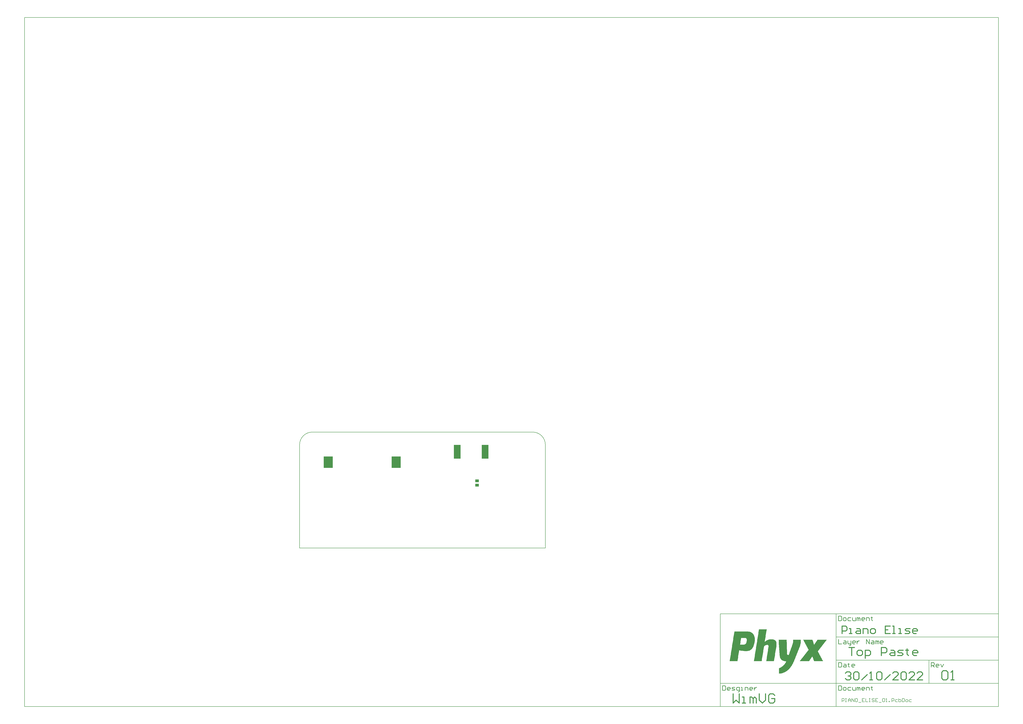
<source format=gtp>
G04*
G04 #@! TF.GenerationSoftware,Altium Limited,Altium Designer,22.10.1 (41)*
G04*
G04 Layer_Color=8421504*
%FSLAX25Y25*%
%MOIN*%
G70*
G04*
G04 #@! TF.SameCoordinates,8BAF8B8E-E321-4B2E-8998-6E6DE7EF2018*
G04*
G04*
G04 #@! TF.FilePolarity,Positive*
G04*
G01*
G75*
%ADD10C,0.00787*%
%ADD11C,0.00591*%
%ADD15C,0.01575*%
%ADD19C,0.00984*%
%ADD20R,0.05906X0.05118*%
%ADD21R,0.15748X0.19685*%
%ADD22R,0.11811X0.23622*%
G36*
X761965Y-141778D02*
X763683D01*
Y-142065D01*
X764542D01*
Y-142351D01*
X765401D01*
Y-142637D01*
X766260D01*
Y-142924D01*
X766832D01*
Y-143210D01*
X767119D01*
Y-143496D01*
X767691D01*
Y-143783D01*
X767978D01*
Y-144069D01*
X768550D01*
Y-144355D01*
X768837D01*
Y-144641D01*
X769123D01*
Y-144928D01*
X769409D01*
Y-145214D01*
X769696D01*
Y-145501D01*
X769982D01*
Y-145787D01*
X770268D01*
Y-146073D01*
Y-146359D01*
X770554D01*
Y-146646D01*
X770841D01*
Y-146932D01*
Y-147218D01*
X771127D01*
Y-147505D01*
X771414D01*
Y-147791D01*
Y-148077D01*
X771700D01*
Y-148364D01*
Y-148650D01*
Y-148936D01*
X771986D01*
Y-149223D01*
Y-149509D01*
Y-149795D01*
X772272D01*
Y-150082D01*
Y-150368D01*
Y-150654D01*
Y-150940D01*
X772559D01*
Y-151227D01*
Y-151513D01*
Y-151799D01*
Y-152086D01*
Y-152372D01*
X772845D01*
Y-152658D01*
Y-152945D01*
Y-153231D01*
Y-153517D01*
Y-153804D01*
Y-154090D01*
Y-154376D01*
Y-154663D01*
Y-154949D01*
Y-155235D01*
Y-155521D01*
Y-155808D01*
Y-156094D01*
Y-156380D01*
Y-156667D01*
Y-156953D01*
Y-157239D01*
Y-157526D01*
Y-157812D01*
Y-158098D01*
X772559D01*
Y-158385D01*
Y-158671D01*
Y-158957D01*
Y-159244D01*
Y-159530D01*
Y-159816D01*
Y-160102D01*
X772272D01*
Y-160389D01*
Y-160675D01*
Y-160961D01*
Y-161248D01*
Y-161534D01*
X771986D01*
Y-161820D01*
Y-162107D01*
Y-162393D01*
Y-162679D01*
Y-162966D01*
X771700D01*
Y-163252D01*
Y-163538D01*
Y-163824D01*
X771414D01*
Y-164111D01*
Y-164397D01*
Y-164683D01*
Y-164970D01*
X771127D01*
Y-165256D01*
Y-165542D01*
Y-165829D01*
X770841D01*
Y-166115D01*
Y-166401D01*
X770554D01*
Y-166688D01*
Y-166974D01*
Y-167260D01*
X770268D01*
Y-167547D01*
Y-167833D01*
X769982D01*
Y-168119D01*
Y-168405D01*
X769696D01*
Y-168692D01*
Y-168978D01*
X769409D01*
Y-169264D01*
X769123D01*
Y-169551D01*
Y-169837D01*
X768837D01*
Y-170123D01*
X768550D01*
Y-170410D01*
X768264D01*
Y-170696D01*
Y-170982D01*
X767978D01*
Y-171269D01*
X767691D01*
Y-171555D01*
X767405D01*
Y-171841D01*
X767119D01*
Y-172127D01*
X766832D01*
Y-172414D01*
X766260D01*
Y-172700D01*
X765974D01*
Y-172986D01*
X765401D01*
Y-173273D01*
X765115D01*
Y-173559D01*
X764542D01*
Y-173845D01*
X763683D01*
Y-174132D01*
X762824D01*
Y-174418D01*
X761965D01*
Y-174704D01*
X760247D01*
Y-174991D01*
X755094D01*
Y-174704D01*
X752517D01*
Y-174418D01*
X750513D01*
Y-174132D01*
X749081D01*
Y-173845D01*
X747649D01*
Y-173559D01*
X746218D01*
Y-173845D01*
Y-174132D01*
Y-174418D01*
Y-174704D01*
Y-174991D01*
Y-175277D01*
Y-175563D01*
X745932D01*
Y-175850D01*
Y-176136D01*
Y-176422D01*
Y-176709D01*
Y-176995D01*
Y-177281D01*
X745645D01*
Y-177568D01*
Y-177854D01*
Y-178140D01*
Y-178426D01*
Y-178713D01*
Y-178999D01*
X745359D01*
Y-179285D01*
Y-179572D01*
Y-179858D01*
Y-180144D01*
Y-180431D01*
Y-180717D01*
Y-181003D01*
X745073D01*
Y-181290D01*
Y-181576D01*
Y-181862D01*
Y-182149D01*
Y-182435D01*
Y-182721D01*
X744786D01*
Y-183007D01*
Y-183294D01*
Y-183580D01*
Y-183866D01*
Y-184153D01*
Y-184439D01*
X744500D01*
Y-184725D01*
Y-185012D01*
Y-185298D01*
Y-185584D01*
Y-185871D01*
Y-186157D01*
Y-186443D01*
X744214D01*
Y-186730D01*
Y-187016D01*
Y-187302D01*
Y-187588D01*
Y-187875D01*
Y-188161D01*
X743927D01*
Y-188447D01*
Y-188734D01*
Y-189020D01*
Y-189306D01*
Y-189593D01*
Y-189879D01*
X743641D01*
Y-190165D01*
Y-190452D01*
Y-190738D01*
Y-191024D01*
Y-191311D01*
Y-191597D01*
Y-191883D01*
X730184D01*
Y-191597D01*
X730471D01*
Y-191311D01*
Y-191024D01*
Y-190738D01*
Y-190452D01*
Y-190165D01*
X730757D01*
Y-189879D01*
Y-189593D01*
Y-189306D01*
Y-189020D01*
Y-188734D01*
Y-188447D01*
Y-188161D01*
X731043D01*
Y-187875D01*
Y-187588D01*
Y-187302D01*
Y-187016D01*
Y-186730D01*
Y-186443D01*
X731330D01*
Y-186157D01*
Y-185871D01*
Y-185584D01*
Y-185298D01*
Y-185012D01*
Y-184725D01*
X731616D01*
Y-184439D01*
Y-184153D01*
Y-183866D01*
Y-183580D01*
Y-183294D01*
Y-183007D01*
Y-182721D01*
X731902D01*
Y-182435D01*
Y-182149D01*
Y-181862D01*
Y-181576D01*
Y-181290D01*
Y-181003D01*
X732189D01*
Y-180717D01*
Y-180431D01*
Y-180144D01*
Y-179858D01*
Y-179572D01*
Y-179285D01*
X732475D01*
Y-178999D01*
Y-178713D01*
Y-178426D01*
Y-178140D01*
Y-177854D01*
Y-177568D01*
X732761D01*
Y-177281D01*
Y-176995D01*
Y-176709D01*
Y-176422D01*
Y-176136D01*
Y-175850D01*
Y-175563D01*
X733047D01*
Y-175277D01*
Y-174991D01*
Y-174704D01*
Y-174418D01*
Y-174132D01*
Y-173845D01*
X733334D01*
Y-173559D01*
Y-173273D01*
Y-172986D01*
Y-172700D01*
Y-172414D01*
Y-172127D01*
X733620D01*
Y-171841D01*
Y-171555D01*
Y-171269D01*
Y-170982D01*
Y-170696D01*
Y-170410D01*
X733907D01*
Y-170123D01*
Y-169837D01*
Y-169551D01*
Y-169264D01*
Y-168978D01*
Y-168692D01*
Y-168405D01*
X734193D01*
Y-168119D01*
Y-167833D01*
Y-167547D01*
Y-167260D01*
Y-166974D01*
Y-166688D01*
X734479D01*
Y-166401D01*
Y-166115D01*
Y-165829D01*
Y-165542D01*
Y-165256D01*
Y-164970D01*
X734765D01*
Y-164683D01*
Y-164397D01*
Y-164111D01*
Y-163824D01*
Y-163538D01*
Y-163252D01*
Y-162966D01*
X735052D01*
Y-162679D01*
Y-162393D01*
Y-162107D01*
Y-161820D01*
Y-161534D01*
Y-161248D01*
X735338D01*
Y-160961D01*
Y-160675D01*
Y-160389D01*
Y-160102D01*
Y-159816D01*
Y-159530D01*
X735624D01*
Y-159244D01*
Y-158957D01*
Y-158671D01*
Y-158385D01*
Y-158098D01*
Y-157812D01*
X735911D01*
Y-157526D01*
Y-157239D01*
Y-156953D01*
Y-156667D01*
Y-156380D01*
Y-156094D01*
Y-155808D01*
X736197D01*
Y-155521D01*
Y-155235D01*
Y-154949D01*
Y-154663D01*
Y-154376D01*
Y-154090D01*
X736483D01*
Y-153804D01*
Y-153517D01*
Y-153231D01*
Y-152945D01*
Y-152658D01*
Y-152372D01*
X736770D01*
Y-152086D01*
Y-151799D01*
Y-151513D01*
Y-151227D01*
Y-150940D01*
Y-150654D01*
Y-150368D01*
X737056D01*
Y-150082D01*
Y-149795D01*
Y-149509D01*
Y-149223D01*
Y-148936D01*
Y-148650D01*
X737342D01*
Y-148364D01*
Y-148077D01*
Y-147791D01*
Y-147505D01*
Y-147218D01*
Y-146932D01*
X737629D01*
Y-146646D01*
Y-146359D01*
Y-146073D01*
Y-145787D01*
Y-145501D01*
Y-145214D01*
Y-144928D01*
X737915D01*
Y-144641D01*
Y-144355D01*
Y-144069D01*
Y-143783D01*
Y-143496D01*
Y-143210D01*
X738201D01*
Y-142924D01*
Y-142637D01*
Y-142351D01*
Y-142065D01*
Y-141778D01*
Y-141492D01*
X761965D01*
Y-141778D01*
D02*
G37*
G36*
X793173Y-138343D02*
Y-138629D01*
X792887D01*
Y-138915D01*
Y-139202D01*
Y-139488D01*
Y-139774D01*
Y-140060D01*
Y-140347D01*
X792601D01*
Y-140633D01*
Y-140919D01*
Y-141206D01*
Y-141492D01*
Y-141778D01*
Y-142065D01*
X792314D01*
Y-142351D01*
Y-142637D01*
Y-142924D01*
Y-143210D01*
Y-143496D01*
Y-143783D01*
Y-144069D01*
X792028D01*
Y-144355D01*
Y-144641D01*
Y-144928D01*
Y-145214D01*
Y-145501D01*
Y-145787D01*
X791742D01*
Y-146073D01*
Y-146359D01*
Y-146646D01*
Y-146932D01*
Y-147218D01*
Y-147505D01*
X791455D01*
Y-147791D01*
Y-148077D01*
Y-148364D01*
Y-148650D01*
Y-148936D01*
Y-149223D01*
Y-149509D01*
X791169D01*
Y-149795D01*
Y-150082D01*
Y-150368D01*
Y-150654D01*
Y-150940D01*
Y-151227D01*
X790883D01*
Y-151513D01*
Y-151799D01*
Y-152086D01*
Y-152372D01*
Y-152658D01*
Y-152945D01*
X790596D01*
Y-153231D01*
Y-153517D01*
Y-153804D01*
Y-154090D01*
Y-154376D01*
Y-154663D01*
X790310D01*
Y-154949D01*
Y-155235D01*
Y-155521D01*
Y-155808D01*
Y-156094D01*
Y-156380D01*
Y-156667D01*
X790024D01*
Y-156953D01*
Y-157239D01*
Y-157526D01*
Y-157812D01*
Y-158098D01*
Y-158385D01*
X789738D01*
Y-158671D01*
Y-158957D01*
X790310D01*
Y-158671D01*
X790596D01*
Y-158385D01*
X790883D01*
Y-158098D01*
X791455D01*
Y-157812D01*
X791742D01*
Y-157526D01*
X792028D01*
Y-157239D01*
X792601D01*
Y-156953D01*
X793173D01*
Y-156667D01*
X793460D01*
Y-156380D01*
X794032D01*
Y-156094D01*
X794891D01*
Y-155808D01*
X795464D01*
Y-155521D01*
X796323D01*
Y-155235D01*
X797754D01*
Y-154949D01*
X804053D01*
Y-155235D01*
X805198D01*
Y-155521D01*
X806057D01*
Y-155808D01*
X806630D01*
Y-156094D01*
X806916D01*
Y-156380D01*
X807489D01*
Y-156667D01*
X807775D01*
Y-156953D01*
X808062D01*
Y-157239D01*
X808348D01*
Y-157526D01*
X808634D01*
Y-157812D01*
Y-158098D01*
X808920D01*
Y-158385D01*
Y-158671D01*
X809207D01*
Y-158957D01*
Y-159244D01*
Y-159530D01*
X809493D01*
Y-159816D01*
Y-160102D01*
Y-160389D01*
Y-160675D01*
X809779D01*
Y-160961D01*
Y-161248D01*
Y-161534D01*
Y-161820D01*
Y-162107D01*
Y-162393D01*
Y-162679D01*
Y-162966D01*
Y-163252D01*
Y-163538D01*
Y-163824D01*
Y-164111D01*
Y-164397D01*
Y-164683D01*
Y-164970D01*
Y-165256D01*
Y-165542D01*
Y-165829D01*
X809493D01*
Y-166115D01*
Y-166401D01*
Y-166688D01*
Y-166974D01*
Y-167260D01*
Y-167547D01*
Y-167833D01*
X809207D01*
Y-168119D01*
Y-168405D01*
Y-168692D01*
Y-168978D01*
Y-169264D01*
Y-169551D01*
Y-169837D01*
X808920D01*
Y-170123D01*
Y-170410D01*
Y-170696D01*
Y-170982D01*
Y-171269D01*
Y-171555D01*
X808634D01*
Y-171841D01*
Y-172127D01*
Y-172414D01*
Y-172700D01*
Y-172986D01*
Y-173273D01*
X808348D01*
Y-173559D01*
Y-173845D01*
Y-174132D01*
Y-174418D01*
Y-174704D01*
Y-174991D01*
X808062D01*
Y-175277D01*
Y-175563D01*
Y-175850D01*
Y-176136D01*
Y-176422D01*
Y-176709D01*
Y-176995D01*
X807775D01*
Y-177281D01*
Y-177568D01*
Y-177854D01*
Y-178140D01*
Y-178426D01*
Y-178713D01*
X807489D01*
Y-178999D01*
Y-179285D01*
Y-179572D01*
Y-179858D01*
Y-180144D01*
Y-180431D01*
X807203D01*
Y-180717D01*
Y-181003D01*
Y-181290D01*
Y-181576D01*
Y-181862D01*
Y-182149D01*
Y-182435D01*
X806916D01*
Y-182721D01*
Y-183007D01*
Y-183294D01*
Y-183580D01*
Y-183866D01*
Y-184153D01*
X806630D01*
Y-184439D01*
Y-184725D01*
Y-185012D01*
Y-185298D01*
Y-185584D01*
Y-185871D01*
X806344D01*
Y-186157D01*
Y-186443D01*
Y-186730D01*
Y-187016D01*
Y-187302D01*
Y-187588D01*
X806057D01*
Y-187875D01*
Y-188161D01*
Y-188447D01*
Y-188734D01*
Y-189020D01*
Y-189306D01*
Y-189593D01*
X805771D01*
Y-189879D01*
Y-190165D01*
Y-190452D01*
Y-190738D01*
Y-191024D01*
Y-191311D01*
X805485D01*
Y-191597D01*
Y-191883D01*
X792314D01*
Y-191597D01*
Y-191311D01*
X792601D01*
Y-191024D01*
Y-190738D01*
Y-190452D01*
Y-190165D01*
Y-189879D01*
Y-189593D01*
X792887D01*
Y-189306D01*
Y-189020D01*
Y-188734D01*
Y-188447D01*
Y-188161D01*
Y-187875D01*
Y-187588D01*
X793173D01*
Y-187302D01*
Y-187016D01*
Y-186730D01*
Y-186443D01*
Y-186157D01*
Y-185871D01*
X793460D01*
Y-185584D01*
Y-185298D01*
Y-185012D01*
Y-184725D01*
Y-184439D01*
Y-184153D01*
X793746D01*
Y-183866D01*
Y-183580D01*
Y-183294D01*
Y-183007D01*
Y-182721D01*
Y-182435D01*
Y-182149D01*
X794032D01*
Y-181862D01*
Y-181576D01*
Y-181290D01*
Y-181003D01*
Y-180717D01*
Y-180431D01*
X794318D01*
Y-180144D01*
Y-179858D01*
Y-179572D01*
Y-179285D01*
Y-178999D01*
Y-178713D01*
Y-178426D01*
X794605D01*
Y-178140D01*
Y-177854D01*
Y-177568D01*
Y-177281D01*
Y-176995D01*
Y-176709D01*
X794891D01*
Y-176422D01*
Y-176136D01*
Y-175850D01*
Y-175563D01*
Y-175277D01*
Y-174991D01*
X795177D01*
Y-174704D01*
Y-174418D01*
Y-174132D01*
Y-173845D01*
Y-173559D01*
Y-173273D01*
X795464D01*
Y-172986D01*
Y-172700D01*
Y-172414D01*
Y-172127D01*
Y-171841D01*
Y-171555D01*
Y-171269D01*
X795750D01*
Y-170982D01*
Y-170696D01*
Y-170410D01*
Y-170123D01*
Y-169837D01*
Y-169551D01*
X796036D01*
Y-169264D01*
Y-168978D01*
Y-168692D01*
Y-168405D01*
Y-168119D01*
Y-167833D01*
Y-167547D01*
X796323D01*
Y-167260D01*
Y-166974D01*
Y-166688D01*
Y-166401D01*
Y-166115D01*
Y-165829D01*
X796036D01*
Y-165542D01*
Y-165256D01*
X795750D01*
Y-164970D01*
X795464D01*
Y-164683D01*
X794891D01*
Y-164397D01*
X793173D01*
Y-164683D01*
X791742D01*
Y-164970D01*
X790883D01*
Y-165256D01*
X790310D01*
Y-165542D01*
X790024D01*
Y-165829D01*
X789451D01*
Y-166115D01*
X789165D01*
Y-166401D01*
X788878D01*
Y-166688D01*
Y-166974D01*
X788592D01*
Y-167260D01*
Y-167547D01*
Y-167833D01*
X788306D01*
Y-168119D01*
Y-168405D01*
Y-168692D01*
Y-168978D01*
Y-169264D01*
Y-169551D01*
X788020D01*
Y-169837D01*
Y-170123D01*
Y-170410D01*
Y-170696D01*
Y-170982D01*
Y-171269D01*
Y-171555D01*
X787733D01*
Y-171841D01*
Y-172127D01*
Y-172414D01*
Y-172700D01*
Y-172986D01*
Y-173273D01*
X787447D01*
Y-173559D01*
Y-173845D01*
Y-174132D01*
Y-174418D01*
Y-174704D01*
Y-174991D01*
X787161D01*
Y-175277D01*
Y-175563D01*
Y-175850D01*
Y-176136D01*
Y-176422D01*
Y-176709D01*
X786874D01*
Y-176995D01*
Y-177281D01*
Y-177568D01*
Y-177854D01*
Y-178140D01*
Y-178426D01*
Y-178713D01*
X786588D01*
Y-178999D01*
Y-179285D01*
Y-179572D01*
Y-179858D01*
Y-180144D01*
Y-180431D01*
X786302D01*
Y-180717D01*
Y-181003D01*
Y-181290D01*
Y-181576D01*
Y-181862D01*
Y-182149D01*
X786015D01*
Y-182435D01*
Y-182721D01*
Y-183007D01*
Y-183294D01*
Y-183580D01*
Y-183866D01*
Y-184153D01*
X785729D01*
Y-184439D01*
Y-184725D01*
Y-185012D01*
Y-185298D01*
Y-185584D01*
Y-185871D01*
X785443D01*
Y-186157D01*
Y-186443D01*
Y-186730D01*
Y-187016D01*
Y-187302D01*
Y-187588D01*
X785156D01*
Y-187875D01*
Y-188161D01*
Y-188447D01*
Y-188734D01*
Y-189020D01*
Y-189306D01*
X784870D01*
Y-189593D01*
Y-189879D01*
Y-190165D01*
Y-190452D01*
Y-190738D01*
Y-191024D01*
Y-191311D01*
X784584D01*
Y-191597D01*
Y-191883D01*
X771414D01*
Y-191597D01*
Y-191311D01*
X771700D01*
Y-191024D01*
Y-190738D01*
Y-190452D01*
Y-190165D01*
Y-189879D01*
Y-189593D01*
Y-189306D01*
X771986D01*
Y-189020D01*
Y-188734D01*
Y-188447D01*
Y-188161D01*
Y-187875D01*
Y-187588D01*
X772272D01*
Y-187302D01*
Y-187016D01*
Y-186730D01*
Y-186443D01*
Y-186157D01*
Y-185871D01*
X772559D01*
Y-185584D01*
Y-185298D01*
Y-185012D01*
Y-184725D01*
Y-184439D01*
Y-184153D01*
Y-183866D01*
X772845D01*
Y-183580D01*
Y-183294D01*
Y-183007D01*
Y-182721D01*
Y-182435D01*
Y-182149D01*
X773131D01*
Y-181862D01*
Y-181576D01*
Y-181290D01*
Y-181003D01*
Y-180717D01*
Y-180431D01*
X773418D01*
Y-180144D01*
Y-179858D01*
Y-179572D01*
Y-179285D01*
Y-178999D01*
Y-178713D01*
X773704D01*
Y-178426D01*
Y-178140D01*
Y-177854D01*
Y-177568D01*
Y-177281D01*
Y-176995D01*
Y-176709D01*
X773990D01*
Y-176422D01*
Y-176136D01*
Y-175850D01*
Y-175563D01*
Y-175277D01*
Y-174991D01*
X774277D01*
Y-174704D01*
Y-174418D01*
Y-174132D01*
Y-173845D01*
Y-173559D01*
Y-173273D01*
X774563D01*
Y-172986D01*
Y-172700D01*
Y-172414D01*
Y-172127D01*
Y-171841D01*
Y-171555D01*
Y-171269D01*
X774849D01*
Y-170982D01*
Y-170696D01*
Y-170410D01*
Y-170123D01*
Y-169837D01*
Y-169551D01*
X775136D01*
Y-169264D01*
Y-168978D01*
Y-168692D01*
Y-168405D01*
Y-168119D01*
Y-167833D01*
X775422D01*
Y-167547D01*
Y-167260D01*
Y-166974D01*
Y-166688D01*
Y-166401D01*
Y-166115D01*
X775708D01*
Y-165829D01*
Y-165542D01*
Y-165256D01*
Y-164970D01*
Y-164683D01*
Y-164397D01*
Y-164111D01*
X775994D01*
Y-163824D01*
Y-163538D01*
Y-163252D01*
Y-162966D01*
Y-162679D01*
Y-162393D01*
X776281D01*
Y-162107D01*
Y-161820D01*
Y-161534D01*
Y-161248D01*
Y-160961D01*
Y-160675D01*
X776567D01*
Y-160389D01*
Y-160102D01*
Y-159816D01*
Y-159530D01*
Y-159244D01*
Y-158957D01*
X776853D01*
Y-158671D01*
Y-158385D01*
Y-158098D01*
Y-157812D01*
Y-157526D01*
Y-157239D01*
Y-156953D01*
X777140D01*
Y-156667D01*
Y-156380D01*
Y-156094D01*
Y-155808D01*
Y-155521D01*
Y-155235D01*
X777426D01*
Y-154949D01*
Y-154663D01*
Y-154376D01*
Y-154090D01*
Y-153804D01*
Y-153517D01*
X777712D01*
Y-153231D01*
Y-152945D01*
Y-152658D01*
Y-152372D01*
Y-152086D01*
Y-151799D01*
Y-151513D01*
X777999D01*
Y-151227D01*
Y-150940D01*
Y-150654D01*
Y-150368D01*
Y-150082D01*
Y-149795D01*
X778285D01*
Y-149509D01*
Y-149223D01*
Y-148936D01*
Y-148650D01*
Y-148364D01*
Y-148077D01*
X778571D01*
Y-147791D01*
Y-147505D01*
Y-147218D01*
Y-146932D01*
Y-146646D01*
Y-146359D01*
X778858D01*
Y-146073D01*
Y-145787D01*
Y-145501D01*
Y-145214D01*
Y-144928D01*
Y-144641D01*
Y-144355D01*
X779144D01*
Y-144069D01*
Y-143783D01*
Y-143496D01*
Y-143210D01*
Y-142924D01*
Y-142637D01*
X779430D01*
Y-142351D01*
Y-142065D01*
Y-141778D01*
Y-141492D01*
Y-141206D01*
Y-140919D01*
X779716D01*
Y-140633D01*
Y-140347D01*
Y-140060D01*
Y-139774D01*
Y-139488D01*
Y-139202D01*
Y-138915D01*
X780003D01*
Y-138629D01*
Y-138343D01*
Y-138056D01*
X793173D01*
Y-138343D01*
D02*
G37*
G36*
X895101Y-155808D02*
X894814D01*
Y-156094D01*
X894528D01*
Y-156380D01*
Y-156667D01*
X894242D01*
Y-156953D01*
X893955D01*
Y-157239D01*
X893669D01*
Y-157526D01*
Y-157812D01*
X893383D01*
Y-158098D01*
X893096D01*
Y-158385D01*
X892810D01*
Y-158671D01*
X892524D01*
Y-158957D01*
Y-159244D01*
X892237D01*
Y-159530D01*
X891951D01*
Y-159816D01*
X891665D01*
Y-160102D01*
Y-160389D01*
X891378D01*
Y-160675D01*
X891092D01*
Y-160961D01*
X890806D01*
Y-161248D01*
X890520D01*
Y-161534D01*
Y-161820D01*
X890233D01*
Y-162107D01*
X889947D01*
Y-162393D01*
X889661D01*
Y-162679D01*
Y-162966D01*
X889374D01*
Y-163252D01*
X889088D01*
Y-163538D01*
X888802D01*
Y-163824D01*
Y-164111D01*
X888515D01*
Y-164397D01*
X888229D01*
Y-164683D01*
X887943D01*
Y-164970D01*
X887656D01*
Y-165256D01*
Y-165542D01*
X887370D01*
Y-165829D01*
X887084D01*
Y-166115D01*
X886798D01*
Y-166401D01*
Y-166688D01*
X886511D01*
Y-166974D01*
X886225D01*
Y-167260D01*
X885939D01*
Y-167547D01*
Y-167833D01*
X885652D01*
Y-168119D01*
X885366D01*
Y-168405D01*
X885080D01*
Y-168692D01*
X884793D01*
Y-168978D01*
Y-169264D01*
X884507D01*
Y-169551D01*
X884221D01*
Y-169837D01*
X883934D01*
Y-170123D01*
Y-170410D01*
X883648D01*
Y-170696D01*
X883362D01*
Y-170982D01*
X883076D01*
Y-171269D01*
Y-171555D01*
X882789D01*
Y-171841D01*
X882503D01*
Y-172127D01*
X882216D01*
Y-172414D01*
X881930D01*
Y-172700D01*
Y-172986D01*
X881644D01*
Y-173273D01*
X881358D01*
Y-173559D01*
X881071D01*
Y-173845D01*
Y-174132D01*
X880785D01*
Y-174418D01*
X880499D01*
Y-174704D01*
X880212D01*
Y-174991D01*
X879926D01*
Y-175277D01*
Y-175563D01*
X880212D01*
Y-175850D01*
Y-176136D01*
X880499D01*
Y-176422D01*
Y-176709D01*
X880785D01*
Y-176995D01*
X881071D01*
Y-177281D01*
Y-177568D01*
X881358D01*
Y-177854D01*
Y-178140D01*
X881644D01*
Y-178426D01*
Y-178713D01*
X881930D01*
Y-178999D01*
Y-179285D01*
X882216D01*
Y-179572D01*
Y-179858D01*
X882503D01*
Y-180144D01*
Y-180431D01*
X882789D01*
Y-180717D01*
Y-181003D01*
X883076D01*
Y-181290D01*
Y-181576D01*
X883362D01*
Y-181862D01*
X883648D01*
Y-182149D01*
Y-182435D01*
X883934D01*
Y-182721D01*
Y-183007D01*
X884221D01*
Y-183294D01*
Y-183580D01*
X884507D01*
Y-183866D01*
Y-184153D01*
X884793D01*
Y-184439D01*
Y-184725D01*
X885080D01*
Y-185012D01*
Y-185298D01*
X885366D01*
Y-185584D01*
Y-185871D01*
X885652D01*
Y-186157D01*
X885939D01*
Y-186443D01*
Y-186730D01*
X886225D01*
Y-187016D01*
Y-187302D01*
X886511D01*
Y-187588D01*
Y-187875D01*
X886798D01*
Y-188161D01*
Y-188447D01*
X887084D01*
Y-188734D01*
Y-189020D01*
X887370D01*
Y-189306D01*
Y-189593D01*
X887656D01*
Y-189879D01*
Y-190165D01*
X887943D01*
Y-190452D01*
X888229D01*
Y-190738D01*
Y-191024D01*
X888515D01*
Y-191311D01*
Y-191597D01*
X888802D01*
Y-191883D01*
X873627D01*
Y-191597D01*
X873341D01*
Y-191311D01*
Y-191024D01*
Y-190738D01*
X873055D01*
Y-190452D01*
Y-190165D01*
Y-189879D01*
X872768D01*
Y-189593D01*
Y-189306D01*
X872482D01*
Y-189020D01*
Y-188734D01*
Y-188447D01*
X872196D01*
Y-188161D01*
Y-187875D01*
Y-187588D01*
X871909D01*
Y-187302D01*
Y-187016D01*
X871623D01*
Y-186730D01*
Y-186443D01*
Y-186157D01*
X871337D01*
Y-185871D01*
Y-185584D01*
Y-185298D01*
X871050D01*
Y-185012D01*
Y-184725D01*
Y-184439D01*
X870764D01*
Y-184153D01*
X870191D01*
Y-184439D01*
Y-184725D01*
X869905D01*
Y-185012D01*
X869619D01*
Y-185298D01*
Y-185584D01*
X869332D01*
Y-185871D01*
X869046D01*
Y-186157D01*
Y-186443D01*
X868760D01*
Y-186730D01*
X868474D01*
Y-187016D01*
Y-187302D01*
X868187D01*
Y-187588D01*
X867901D01*
Y-187875D01*
X867615D01*
Y-188161D01*
Y-188447D01*
X867328D01*
Y-188734D01*
X867042D01*
Y-189020D01*
Y-189306D01*
X866756D01*
Y-189593D01*
X866469D01*
Y-189879D01*
Y-190165D01*
X866183D01*
Y-190452D01*
X865897D01*
Y-190738D01*
Y-191024D01*
X865610D01*
Y-191311D01*
X865324D01*
Y-191597D01*
Y-191883D01*
X849290D01*
Y-191597D01*
X849577D01*
Y-191311D01*
X849863D01*
Y-191024D01*
X850150D01*
Y-190738D01*
X850436D01*
Y-190452D01*
Y-190165D01*
X850722D01*
Y-189879D01*
X851008D01*
Y-189593D01*
X851295D01*
Y-189306D01*
X851581D01*
Y-189020D01*
Y-188734D01*
X851867D01*
Y-188447D01*
X852154D01*
Y-188161D01*
X852440D01*
Y-187875D01*
Y-187588D01*
X852726D01*
Y-187302D01*
X853013D01*
Y-187016D01*
X853299D01*
Y-186730D01*
X853585D01*
Y-186443D01*
Y-186157D01*
X853872D01*
Y-185871D01*
X854158D01*
Y-185584D01*
X854444D01*
Y-185298D01*
X854731D01*
Y-185012D01*
Y-184725D01*
X855017D01*
Y-184439D01*
X855303D01*
Y-184153D01*
X855589D01*
Y-183866D01*
Y-183580D01*
X855876D01*
Y-183294D01*
X856162D01*
Y-183007D01*
X856448D01*
Y-182721D01*
X856735D01*
Y-182435D01*
Y-182149D01*
X857021D01*
Y-181862D01*
X857307D01*
Y-181576D01*
X857594D01*
Y-181290D01*
Y-181003D01*
X857880D01*
Y-180717D01*
X858166D01*
Y-180431D01*
X858453D01*
Y-180144D01*
X858739D01*
Y-179858D01*
Y-179572D01*
X859025D01*
Y-179285D01*
X859311D01*
Y-178999D01*
X859598D01*
Y-178713D01*
Y-178426D01*
X859884D01*
Y-178140D01*
X860170D01*
Y-177854D01*
X860457D01*
Y-177568D01*
X860743D01*
Y-177281D01*
Y-176995D01*
X861029D01*
Y-176709D01*
X861316D01*
Y-176422D01*
X861602D01*
Y-176136D01*
X861888D01*
Y-175850D01*
Y-175563D01*
X862175D01*
Y-175277D01*
X862461D01*
Y-174991D01*
X862747D01*
Y-174704D01*
Y-174418D01*
X863034D01*
Y-174132D01*
X863320D01*
Y-173845D01*
X863606D01*
Y-173559D01*
X863892D01*
Y-173273D01*
Y-172986D01*
X864179D01*
Y-172700D01*
Y-172414D01*
Y-172127D01*
X863892D01*
Y-171841D01*
X863606D01*
Y-171555D01*
Y-171269D01*
X863320D01*
Y-170982D01*
Y-170696D01*
X863034D01*
Y-170410D01*
Y-170123D01*
X862747D01*
Y-169837D01*
Y-169551D01*
X862461D01*
Y-169264D01*
Y-168978D01*
X862175D01*
Y-168692D01*
Y-168405D01*
X861888D01*
Y-168119D01*
X861602D01*
Y-167833D01*
Y-167547D01*
X861316D01*
Y-167260D01*
Y-166974D01*
X861029D01*
Y-166688D01*
Y-166401D01*
X860743D01*
Y-166115D01*
Y-165829D01*
X860457D01*
Y-165542D01*
Y-165256D01*
X860170D01*
Y-164970D01*
Y-164683D01*
X859884D01*
Y-164397D01*
X859598D01*
Y-164111D01*
Y-163824D01*
X859311D01*
Y-163538D01*
Y-163252D01*
X859025D01*
Y-162966D01*
Y-162679D01*
X858739D01*
Y-162393D01*
Y-162107D01*
X858453D01*
Y-161820D01*
Y-161534D01*
X858166D01*
Y-161248D01*
Y-160961D01*
X857880D01*
Y-160675D01*
Y-160389D01*
X857594D01*
Y-160102D01*
X857307D01*
Y-159816D01*
Y-159530D01*
X857021D01*
Y-159244D01*
Y-158957D01*
X856735D01*
Y-158671D01*
Y-158385D01*
X856448D01*
Y-158098D01*
Y-157812D01*
X856162D01*
Y-157526D01*
Y-157239D01*
X855876D01*
Y-156953D01*
Y-156667D01*
X855589D01*
Y-156380D01*
X855303D01*
Y-156094D01*
Y-155808D01*
X855017D01*
Y-155521D01*
X870764D01*
Y-155808D01*
X871050D01*
Y-156094D01*
Y-156380D01*
Y-156667D01*
X871337D01*
Y-156953D01*
Y-157239D01*
Y-157526D01*
X871623D01*
Y-157812D01*
Y-158098D01*
Y-158385D01*
X871909D01*
Y-158671D01*
Y-158957D01*
Y-159244D01*
X872196D01*
Y-159530D01*
Y-159816D01*
Y-160102D01*
X872482D01*
Y-160389D01*
Y-160675D01*
Y-160961D01*
X872768D01*
Y-161248D01*
Y-161534D01*
Y-161820D01*
X873055D01*
Y-162107D01*
Y-162393D01*
Y-162679D01*
X873341D01*
Y-162966D01*
Y-163252D01*
Y-163538D01*
Y-163824D01*
X873913D01*
Y-163538D01*
X874200D01*
Y-163252D01*
X874486D01*
Y-162966D01*
Y-162679D01*
X874772D01*
Y-162393D01*
X875059D01*
Y-162107D01*
Y-161820D01*
X875345D01*
Y-161534D01*
X875631D01*
Y-161248D01*
Y-160961D01*
X875918D01*
Y-160675D01*
X876204D01*
Y-160389D01*
Y-160102D01*
X876490D01*
Y-159816D01*
X876777D01*
Y-159530D01*
Y-159244D01*
X877063D01*
Y-158957D01*
X877349D01*
Y-158671D01*
Y-158385D01*
X877635D01*
Y-158098D01*
X877922D01*
Y-157812D01*
Y-157526D01*
X878208D01*
Y-157239D01*
X878494D01*
Y-156953D01*
Y-156667D01*
X878781D01*
Y-156380D01*
X879067D01*
Y-156094D01*
Y-155808D01*
X879353D01*
Y-155521D01*
X895101D01*
Y-155808D01*
D02*
G37*
G36*
X851008D02*
Y-156094D01*
Y-156380D01*
Y-156667D01*
Y-156953D01*
Y-157239D01*
Y-157526D01*
Y-157812D01*
Y-158098D01*
Y-158385D01*
Y-158671D01*
Y-158957D01*
Y-159244D01*
Y-159530D01*
Y-159816D01*
Y-160102D01*
Y-160389D01*
Y-160675D01*
Y-160961D01*
Y-161248D01*
Y-161534D01*
X850722D01*
Y-161820D01*
Y-162107D01*
Y-162393D01*
Y-162679D01*
Y-162966D01*
X850436D01*
Y-163252D01*
Y-163538D01*
Y-163824D01*
Y-164111D01*
X850150D01*
Y-164397D01*
Y-164683D01*
Y-164970D01*
Y-165256D01*
X849863D01*
Y-165542D01*
Y-165829D01*
Y-166115D01*
X849577D01*
Y-166401D01*
Y-166688D01*
Y-166974D01*
X849290D01*
Y-167260D01*
Y-167547D01*
Y-167833D01*
X849004D01*
Y-168119D01*
Y-168405D01*
Y-168692D01*
X848718D01*
Y-168978D01*
Y-169264D01*
X848432D01*
Y-169551D01*
Y-169837D01*
X848145D01*
Y-170123D01*
Y-170410D01*
Y-170696D01*
X847859D01*
Y-170982D01*
Y-171269D01*
X847573D01*
Y-171555D01*
Y-171841D01*
Y-172127D01*
X847286D01*
Y-172414D01*
Y-172700D01*
X847000D01*
Y-172986D01*
Y-173273D01*
Y-173559D01*
X846714D01*
Y-173845D01*
Y-174132D01*
X846427D01*
Y-174418D01*
Y-174704D01*
Y-174991D01*
X846141D01*
Y-175277D01*
Y-175563D01*
X845855D01*
Y-175850D01*
Y-176136D01*
Y-176422D01*
X845568D01*
Y-176709D01*
Y-176995D01*
X845282D01*
Y-177281D01*
Y-177568D01*
Y-177854D01*
X844996D01*
Y-178140D01*
Y-178426D01*
X844709D01*
Y-178713D01*
Y-178999D01*
Y-179285D01*
X844423D01*
Y-179572D01*
Y-179858D01*
X844137D01*
Y-180144D01*
Y-180431D01*
Y-180717D01*
X843851D01*
Y-181003D01*
Y-181290D01*
X843564D01*
Y-181576D01*
Y-181862D01*
Y-182149D01*
X843278D01*
Y-182435D01*
Y-182721D01*
X842992D01*
Y-183007D01*
Y-183294D01*
Y-183580D01*
X842705D01*
Y-183866D01*
Y-184153D01*
X842419D01*
Y-184439D01*
Y-184725D01*
Y-185012D01*
X842133D01*
Y-185298D01*
Y-185584D01*
X841846D01*
Y-185871D01*
Y-186157D01*
Y-186443D01*
X841560D01*
Y-186730D01*
Y-187016D01*
X841274D01*
Y-187302D01*
Y-187588D01*
Y-187875D01*
X840987D01*
Y-188161D01*
Y-188447D01*
X840701D01*
Y-188734D01*
Y-189020D01*
Y-189306D01*
X840415D01*
Y-189593D01*
Y-189879D01*
X840129D01*
Y-190165D01*
Y-190452D01*
Y-190738D01*
X839842D01*
Y-191024D01*
Y-191311D01*
X839556D01*
Y-191597D01*
Y-191883D01*
Y-192169D01*
X839270D01*
Y-192456D01*
Y-192742D01*
X838983D01*
Y-193028D01*
Y-193315D01*
X838697D01*
Y-193601D01*
Y-193887D01*
X838411D01*
Y-194174D01*
Y-194460D01*
Y-194746D01*
X838124D01*
Y-195033D01*
X837838D01*
Y-195319D01*
Y-195605D01*
Y-195891D01*
X837552D01*
Y-196178D01*
X837265D01*
Y-196464D01*
Y-196750D01*
X836979D01*
Y-197037D01*
Y-197323D01*
X836693D01*
Y-197609D01*
Y-197896D01*
X836407D01*
Y-198182D01*
Y-198468D01*
X836120D01*
Y-198755D01*
X835834D01*
Y-199041D01*
Y-199327D01*
X835548D01*
Y-199614D01*
Y-199900D01*
X835261D01*
Y-200186D01*
X834975D01*
Y-200472D01*
X834689D01*
Y-200759D01*
Y-201045D01*
X834402D01*
Y-201331D01*
X834116D01*
Y-201618D01*
Y-201904D01*
X833830D01*
Y-202190D01*
X833543D01*
Y-202477D01*
X833257D01*
Y-202763D01*
Y-203049D01*
X832971D01*
Y-203336D01*
X832684D01*
Y-203622D01*
X832398D01*
Y-203908D01*
X832112D01*
Y-204195D01*
X831826D01*
Y-204481D01*
Y-204767D01*
X831539D01*
Y-205053D01*
X831253D01*
Y-205340D01*
X830966D01*
Y-205626D01*
X830680D01*
Y-205912D01*
X830394D01*
Y-206199D01*
X830108D01*
Y-206485D01*
X829821D01*
Y-206771D01*
X829249D01*
Y-207058D01*
X828962D01*
Y-207344D01*
X828676D01*
Y-207630D01*
X828390D01*
Y-207917D01*
X828103D01*
Y-208203D01*
X827531D01*
Y-208489D01*
X827244D01*
Y-208776D01*
X826672D01*
Y-209062D01*
X826385D01*
Y-209348D01*
X825813D01*
Y-209634D01*
X825527D01*
Y-209921D01*
X824954D01*
Y-210207D01*
X824381D01*
Y-210493D01*
X823809D01*
Y-210780D01*
X823236D01*
Y-211066D01*
X822663D01*
Y-211352D01*
X821805D01*
Y-211639D01*
X821232D01*
Y-211925D01*
X820373D01*
Y-212211D01*
X819228D01*
Y-212498D01*
X818082D01*
Y-212784D01*
X816365D01*
Y-213070D01*
X814360D01*
Y-213357D01*
X814074D01*
Y-213070D01*
Y-212784D01*
Y-212498D01*
Y-212211D01*
Y-211925D01*
Y-211639D01*
Y-211352D01*
Y-211066D01*
Y-210780D01*
Y-210493D01*
Y-210207D01*
Y-209921D01*
Y-209634D01*
Y-209348D01*
Y-209062D01*
Y-208776D01*
Y-208489D01*
Y-208203D01*
Y-207917D01*
Y-207630D01*
Y-207344D01*
Y-207058D01*
Y-206771D01*
Y-206485D01*
Y-206199D01*
Y-205912D01*
Y-205626D01*
Y-205340D01*
Y-205053D01*
Y-204767D01*
Y-204481D01*
Y-204195D01*
Y-203908D01*
X814647D01*
Y-203622D01*
X815219D01*
Y-203336D01*
X815792D01*
Y-203049D01*
X816365D01*
Y-202763D01*
X816937D01*
Y-202477D01*
X817510D01*
Y-202190D01*
X817796D01*
Y-201904D01*
X818369D01*
Y-201618D01*
X818655D01*
Y-201331D01*
X819228D01*
Y-201045D01*
X819514D01*
Y-200759D01*
X819800D01*
Y-200472D01*
X820373D01*
Y-200186D01*
X820659D01*
Y-199900D01*
X820946D01*
Y-199614D01*
X821232D01*
Y-199327D01*
X821518D01*
Y-199041D01*
X821805D01*
Y-198755D01*
X822091D01*
Y-198468D01*
X822377D01*
Y-198182D01*
X822663D01*
Y-197896D01*
X822950D01*
Y-197609D01*
X823236D01*
Y-197323D01*
X823522D01*
Y-197037D01*
Y-196750D01*
X823809D01*
Y-196464D01*
X824095D01*
Y-196178D01*
X824381D01*
Y-195891D01*
Y-195605D01*
X824668D01*
Y-195319D01*
X824954D01*
Y-195033D01*
Y-194746D01*
X825240D01*
Y-194460D01*
Y-194174D01*
X825527D01*
Y-193887D01*
X825813D01*
Y-193601D01*
Y-193315D01*
X826099D01*
Y-193028D01*
Y-192742D01*
X826385D01*
Y-192456D01*
Y-192169D01*
X824668D01*
Y-191883D01*
X822663D01*
Y-191597D01*
X821518D01*
Y-191311D01*
X820946D01*
Y-191024D01*
X820087D01*
Y-190738D01*
X819514D01*
Y-190452D01*
X819228D01*
Y-190165D01*
X818655D01*
Y-189879D01*
X818369D01*
Y-189593D01*
X818082D01*
Y-189306D01*
X817796D01*
Y-189020D01*
X817510D01*
Y-188734D01*
X817223D01*
Y-188447D01*
Y-188161D01*
X816937D01*
Y-187875D01*
X816651D01*
Y-187588D01*
Y-187302D01*
X816365D01*
Y-187016D01*
Y-186730D01*
X816078D01*
Y-186443D01*
Y-186157D01*
X815792D01*
Y-185871D01*
Y-185584D01*
Y-185298D01*
X815506D01*
Y-185012D01*
Y-184725D01*
Y-184439D01*
Y-184153D01*
X815219D01*
Y-183866D01*
Y-183580D01*
Y-183294D01*
Y-183007D01*
Y-182721D01*
Y-182435D01*
Y-182149D01*
X814933D01*
Y-181862D01*
Y-181576D01*
Y-181290D01*
Y-181003D01*
Y-180717D01*
Y-180431D01*
Y-180144D01*
Y-179858D01*
Y-179572D01*
Y-179285D01*
Y-178999D01*
Y-178713D01*
Y-178426D01*
Y-178140D01*
Y-177854D01*
X814647D01*
Y-177568D01*
Y-177281D01*
Y-176995D01*
Y-176709D01*
Y-176422D01*
Y-176136D01*
Y-175850D01*
Y-175563D01*
Y-175277D01*
Y-174991D01*
Y-174704D01*
Y-174418D01*
Y-174132D01*
Y-173845D01*
Y-173559D01*
X814360D01*
Y-173273D01*
Y-172986D01*
Y-172700D01*
Y-172414D01*
Y-172127D01*
Y-171841D01*
Y-171555D01*
Y-171269D01*
Y-170982D01*
Y-170696D01*
Y-170410D01*
Y-170123D01*
Y-169837D01*
Y-169551D01*
Y-169264D01*
Y-168978D01*
X814074D01*
Y-168692D01*
Y-168405D01*
Y-168119D01*
Y-167833D01*
Y-167547D01*
Y-167260D01*
Y-166974D01*
Y-166688D01*
Y-166401D01*
Y-166115D01*
Y-165829D01*
Y-165542D01*
Y-165256D01*
Y-164970D01*
Y-164683D01*
Y-164397D01*
X813788D01*
Y-164111D01*
Y-163824D01*
Y-163538D01*
Y-163252D01*
Y-162966D01*
Y-162679D01*
Y-162393D01*
Y-162107D01*
Y-161820D01*
Y-161534D01*
Y-161248D01*
Y-160961D01*
Y-160675D01*
Y-160389D01*
X813501D01*
Y-160102D01*
Y-159816D01*
Y-159530D01*
Y-159244D01*
Y-158957D01*
Y-158671D01*
Y-158385D01*
Y-158098D01*
Y-157812D01*
Y-157526D01*
Y-157239D01*
Y-156953D01*
Y-156667D01*
Y-156380D01*
Y-156094D01*
Y-155808D01*
X813215D01*
Y-155521D01*
X826958D01*
Y-155808D01*
Y-156094D01*
Y-156380D01*
Y-156667D01*
Y-156953D01*
Y-157239D01*
Y-157526D01*
Y-157812D01*
Y-158098D01*
Y-158385D01*
Y-158671D01*
Y-158957D01*
Y-159244D01*
Y-159530D01*
X827244D01*
Y-159816D01*
Y-160102D01*
Y-160389D01*
Y-160675D01*
Y-160961D01*
Y-161248D01*
Y-161534D01*
Y-161820D01*
Y-162107D01*
Y-162393D01*
Y-162679D01*
Y-162966D01*
Y-163252D01*
Y-163538D01*
Y-163824D01*
Y-164111D01*
Y-164397D01*
Y-164683D01*
Y-164970D01*
Y-165256D01*
Y-165542D01*
Y-165829D01*
Y-166115D01*
Y-166401D01*
Y-166688D01*
Y-166974D01*
Y-167260D01*
Y-167547D01*
Y-167833D01*
Y-168119D01*
Y-168405D01*
Y-168692D01*
Y-168978D01*
Y-169264D01*
Y-169551D01*
Y-169837D01*
Y-170123D01*
Y-170410D01*
Y-170696D01*
Y-170982D01*
Y-171269D01*
X827531D01*
Y-171555D01*
X827244D01*
Y-171841D01*
Y-172127D01*
X827531D01*
Y-172414D01*
Y-172700D01*
Y-172986D01*
Y-173273D01*
Y-173559D01*
Y-173845D01*
Y-174132D01*
Y-174418D01*
Y-174704D01*
Y-174991D01*
Y-175277D01*
Y-175563D01*
Y-175850D01*
Y-176136D01*
Y-176422D01*
Y-176709D01*
Y-176995D01*
Y-177281D01*
Y-177568D01*
Y-177854D01*
Y-178140D01*
Y-178426D01*
Y-178713D01*
Y-178999D01*
Y-179285D01*
Y-179572D01*
X827817D01*
Y-179858D01*
Y-180144D01*
Y-180431D01*
X828103D01*
Y-180717D01*
X828390D01*
Y-181003D01*
X828676D01*
Y-181290D01*
X829535D01*
Y-181576D01*
X830394D01*
Y-181290D01*
X830680D01*
Y-181003D01*
Y-180717D01*
Y-180431D01*
X830966D01*
Y-180144D01*
Y-179858D01*
X831253D01*
Y-179572D01*
Y-179285D01*
Y-178999D01*
X831539D01*
Y-178713D01*
Y-178426D01*
Y-178140D01*
X831826D01*
Y-177854D01*
Y-177568D01*
Y-177281D01*
X832112D01*
Y-176995D01*
Y-176709D01*
Y-176422D01*
X832398D01*
Y-176136D01*
Y-175850D01*
X832684D01*
Y-175563D01*
Y-175277D01*
Y-174991D01*
X832971D01*
Y-174704D01*
Y-174418D01*
Y-174132D01*
X833257D01*
Y-173845D01*
Y-173559D01*
Y-173273D01*
X833543D01*
Y-172986D01*
Y-172700D01*
X833830D01*
Y-172414D01*
Y-172127D01*
Y-171841D01*
X834116D01*
Y-171555D01*
Y-171269D01*
Y-170982D01*
X834402D01*
Y-170696D01*
Y-170410D01*
Y-170123D01*
X834689D01*
Y-169837D01*
Y-169551D01*
X834975D01*
Y-169264D01*
Y-168978D01*
Y-168692D01*
X835261D01*
Y-168405D01*
Y-168119D01*
Y-167833D01*
X835548D01*
Y-167547D01*
Y-167260D01*
Y-166974D01*
X835834D01*
Y-166688D01*
Y-166401D01*
X836120D01*
Y-166115D01*
Y-165829D01*
Y-165542D01*
X836407D01*
Y-165256D01*
Y-164970D01*
Y-164683D01*
X836693D01*
Y-164397D01*
Y-164111D01*
Y-163824D01*
X836979D01*
Y-163538D01*
Y-163252D01*
Y-162966D01*
Y-162679D01*
X837265D01*
Y-162393D01*
Y-162107D01*
Y-161820D01*
Y-161534D01*
X837552D01*
Y-161248D01*
Y-160961D01*
Y-160675D01*
Y-160389D01*
Y-160102D01*
X837838D01*
Y-159816D01*
Y-159530D01*
Y-159244D01*
Y-158957D01*
Y-158671D01*
Y-158385D01*
X838124D01*
Y-158098D01*
Y-157812D01*
Y-157526D01*
Y-157239D01*
Y-156953D01*
Y-156667D01*
Y-156380D01*
Y-156094D01*
Y-155808D01*
Y-155521D01*
X851008D01*
Y-155808D01*
D02*
G37*
%LPC*%
G36*
X757670Y-152658D02*
X749654D01*
Y-152945D01*
Y-153231D01*
Y-153517D01*
Y-153804D01*
Y-154090D01*
X749367D01*
Y-154376D01*
Y-154663D01*
Y-154949D01*
Y-155235D01*
Y-155521D01*
Y-155808D01*
X749081D01*
Y-156094D01*
Y-156380D01*
Y-156667D01*
Y-156953D01*
Y-157239D01*
Y-157526D01*
X748795D01*
Y-157812D01*
Y-158098D01*
Y-158385D01*
Y-158671D01*
Y-158957D01*
Y-159244D01*
X748508D01*
Y-159530D01*
Y-159816D01*
Y-160102D01*
Y-160389D01*
Y-160675D01*
Y-160961D01*
Y-161248D01*
X748222D01*
Y-161534D01*
Y-161820D01*
Y-162107D01*
Y-162393D01*
Y-162679D01*
Y-162966D01*
X747936D01*
Y-163252D01*
Y-163538D01*
Y-163824D01*
X755094D01*
Y-163538D01*
X756239D01*
Y-163252D01*
X756812D01*
Y-162966D01*
X757098D01*
Y-162679D01*
X757384D01*
Y-162393D01*
X757670D01*
Y-162107D01*
X757957D01*
Y-161820D01*
Y-161534D01*
X758243D01*
Y-161248D01*
Y-160961D01*
X758529D01*
Y-160675D01*
Y-160389D01*
X758816D01*
Y-160102D01*
Y-159816D01*
Y-159530D01*
Y-159244D01*
X759102D01*
Y-158957D01*
Y-158671D01*
Y-158385D01*
Y-158098D01*
Y-157812D01*
X759388D01*
Y-157526D01*
Y-157239D01*
Y-156953D01*
Y-156667D01*
Y-156380D01*
Y-156094D01*
Y-155808D01*
Y-155521D01*
Y-155235D01*
Y-154949D01*
Y-154663D01*
X759102D01*
Y-154376D01*
Y-154090D01*
X758816D01*
Y-153804D01*
Y-153517D01*
X758529D01*
Y-153231D01*
X758243D01*
Y-152945D01*
X757670D01*
Y-152658D01*
D02*
G37*
%LPD*%
D10*
X1068511Y-229571D02*
Y-190201D01*
X911031Y-150831D02*
X1186622D01*
X911031Y-190201D02*
X1186622D01*
X714181Y-229571D02*
X1186622D01*
X714181Y-111461D02*
X1186622D01*
X714181Y-268941D02*
Y-111461D01*
X911031Y-268941D02*
Y-111461D01*
X-466922Y900350D02*
X1186622D01*
Y-268941D02*
Y900350D01*
X-466922Y-268941D02*
Y900350D01*
Y-268941D02*
X1186622D01*
X920874Y-261067D02*
Y-255164D01*
X923825D01*
X924809Y-256147D01*
Y-258115D01*
X923825Y-259099D01*
X920874D01*
X926777Y-255164D02*
X928745D01*
X927761D01*
Y-261067D01*
X926777D01*
X928745D01*
X931697D02*
Y-257131D01*
X933665Y-255164D01*
X935633Y-257131D01*
Y-261067D01*
Y-258115D01*
X931697D01*
X937601Y-261067D02*
Y-255164D01*
X941536Y-261067D01*
Y-255164D01*
X946456D02*
X944488D01*
X943504Y-256147D01*
Y-260083D01*
X944488Y-261067D01*
X946456D01*
X947440Y-260083D01*
Y-256147D01*
X946456Y-255164D01*
X949408Y-262051D02*
X953343D01*
X959247Y-255164D02*
X955311D01*
Y-261067D01*
X959247D01*
X955311Y-258115D02*
X957279D01*
X961215Y-255164D02*
Y-261067D01*
X965151D01*
X967119Y-255164D02*
X969086D01*
X968102D01*
Y-261067D01*
X967119D01*
X969086D01*
X975974Y-256147D02*
X974990Y-255164D01*
X973022D01*
X972038Y-256147D01*
Y-257131D01*
X973022Y-258115D01*
X974990D01*
X975974Y-259099D01*
Y-260083D01*
X974990Y-261067D01*
X973022D01*
X972038Y-260083D01*
X981878Y-255164D02*
X977942D01*
Y-261067D01*
X981878D01*
X977942Y-258115D02*
X979910D01*
X983845Y-262051D02*
X987781D01*
X989749Y-256147D02*
X990733Y-255164D01*
X992701D01*
X993685Y-256147D01*
Y-260083D01*
X992701Y-261067D01*
X990733D01*
X989749Y-260083D01*
Y-256147D01*
X995653Y-261067D02*
X997620D01*
X996637D01*
Y-255164D01*
X995653Y-256147D01*
X1000572Y-261067D02*
Y-260083D01*
X1001556D01*
Y-261067D01*
X1000572D01*
X1005492D02*
Y-255164D01*
X1008444D01*
X1009428Y-256147D01*
Y-258115D01*
X1008444Y-259099D01*
X1005492D01*
X1015331Y-257131D02*
X1012379D01*
X1011396Y-258115D01*
Y-260083D01*
X1012379Y-261067D01*
X1015331D01*
X1017299Y-255164D02*
Y-261067D01*
X1020251D01*
X1021235Y-260083D01*
Y-259099D01*
Y-258115D01*
X1020251Y-257131D01*
X1017299D01*
X1023203Y-255164D02*
Y-261067D01*
X1026155D01*
X1027139Y-260083D01*
Y-256147D01*
X1026155Y-255164D01*
X1023203D01*
X1030090Y-261067D02*
X1032058D01*
X1033042Y-260083D01*
Y-258115D01*
X1032058Y-257131D01*
X1030090D01*
X1029106Y-258115D01*
Y-260083D01*
X1030090Y-261067D01*
X1038946Y-257131D02*
X1035994D01*
X1035010Y-258115D01*
Y-260083D01*
X1035994Y-261067D01*
X1038946D01*
D11*
X21654Y196850D02*
G03*
X-0Y175197I0J-21654D01*
G01*
X417323D02*
G03*
X395669Y196850I-21654J0D01*
G01*
X0Y0D02*
Y175197D01*
X21654Y196850D02*
X395669D01*
X417323Y175197D02*
X417323Y0D01*
X0D02*
X417323D01*
D15*
X932685Y-168552D02*
X941868D01*
X937276D01*
Y-182327D01*
X948756D02*
X953347D01*
X955643Y-180031D01*
Y-175439D01*
X953347Y-173144D01*
X948756D01*
X946460Y-175439D01*
Y-180031D01*
X948756Y-182327D01*
X960235Y-186919D02*
Y-173144D01*
X967122D01*
X969418Y-175439D01*
Y-180031D01*
X967122Y-182327D01*
X960235D01*
X987785D02*
Y-168552D01*
X994673D01*
X996968Y-170848D01*
Y-175439D01*
X994673Y-177735D01*
X987785D01*
X1003856Y-173144D02*
X1008448D01*
X1010744Y-175439D01*
Y-182327D01*
X1003856D01*
X1001560Y-180031D01*
X1003856Y-177735D01*
X1010744D01*
X1015335Y-182327D02*
X1022223D01*
X1024519Y-180031D01*
X1022223Y-177735D01*
X1017631D01*
X1015335Y-175439D01*
X1017631Y-173144D01*
X1024519D01*
X1031406Y-170848D02*
Y-173144D01*
X1029110D01*
X1033702D01*
X1031406D01*
Y-180031D01*
X1033702Y-182327D01*
X1047477D02*
X1042885D01*
X1040590Y-180031D01*
Y-175439D01*
X1042885Y-173144D01*
X1047477D01*
X1049773Y-175439D01*
Y-177735D01*
X1040590D01*
X735834Y-247293D02*
Y-263036D01*
X741082Y-257788D01*
X746330Y-263036D01*
Y-247293D01*
X751577Y-263036D02*
X756825D01*
X754201D01*
Y-252540D01*
X751577D01*
X764696Y-263036D02*
Y-252540D01*
X767320D01*
X769944Y-255164D01*
Y-263036D01*
Y-255164D01*
X772568Y-252540D01*
X775192Y-255164D01*
Y-263036D01*
X780439Y-247293D02*
Y-257788D01*
X785687Y-263036D01*
X790935Y-257788D01*
Y-247293D01*
X806678Y-249917D02*
X804054Y-247293D01*
X798806D01*
X796182Y-249917D01*
Y-260412D01*
X798806Y-263036D01*
X804054D01*
X806678Y-260412D01*
Y-255164D01*
X801430D01*
X1090165Y-210546D02*
X1092789Y-207923D01*
X1098036D01*
X1100660Y-210546D01*
Y-221042D01*
X1098036Y-223665D01*
X1092789D01*
X1090165Y-221042D01*
Y-210546D01*
X1105908Y-223665D02*
X1111156D01*
X1108532D01*
Y-207923D01*
X1105908Y-210546D01*
X926779Y-212186D02*
X929075Y-209890D01*
X933667D01*
X935963Y-212186D01*
Y-214482D01*
X933667Y-216778D01*
X931371D01*
X933667D01*
X935963Y-219074D01*
Y-221370D01*
X933667Y-223665D01*
X929075D01*
X926779Y-221370D01*
X940554Y-212186D02*
X942850Y-209890D01*
X947442D01*
X949738Y-212186D01*
Y-221370D01*
X947442Y-223665D01*
X942850D01*
X940554Y-221370D01*
Y-212186D01*
X954329Y-223665D02*
X963513Y-214482D01*
X968104Y-223665D02*
X972696D01*
X970400D01*
Y-209890D01*
X968104Y-212186D01*
X979584D02*
X981880Y-209890D01*
X986471D01*
X988767Y-212186D01*
Y-221370D01*
X986471Y-223665D01*
X981880D01*
X979584Y-221370D01*
Y-212186D01*
X993359Y-223665D02*
X1002542Y-214482D01*
X1016317Y-223665D02*
X1007134D01*
X1016317Y-214482D01*
Y-212186D01*
X1014021Y-209890D01*
X1009430D01*
X1007134Y-212186D01*
X1020909D02*
X1023205Y-209890D01*
X1027796D01*
X1030092Y-212186D01*
Y-221370D01*
X1027796Y-223665D01*
X1023205D01*
X1020909Y-221370D01*
Y-212186D01*
X1043867Y-223665D02*
X1034684D01*
X1043867Y-214482D01*
Y-212186D01*
X1041572Y-209890D01*
X1036980D01*
X1034684Y-212186D01*
X1057642Y-223665D02*
X1048459D01*
X1057642Y-214482D01*
Y-212186D01*
X1055347Y-209890D01*
X1050755D01*
X1048459Y-212186D01*
X920874Y-144925D02*
Y-132331D01*
X927171D01*
X929270Y-134430D01*
Y-138628D01*
X927171Y-140727D01*
X920874D01*
X933468Y-144925D02*
X937666D01*
X935567D01*
Y-136529D01*
X933468D01*
X946062D02*
X950261D01*
X952360Y-138628D01*
Y-144925D01*
X946062D01*
X943963Y-142826D01*
X946062Y-140727D01*
X952360D01*
X956558Y-144925D02*
Y-136529D01*
X962855D01*
X964954Y-138628D01*
Y-144925D01*
X971251D02*
X975449D01*
X977548Y-142826D01*
Y-138628D01*
X975449Y-136529D01*
X971251D01*
X969152Y-138628D01*
Y-142826D01*
X971251Y-144925D01*
X1002737Y-132331D02*
X994341D01*
Y-144925D01*
X1002737D01*
X994341Y-138628D02*
X998539D01*
X1006935Y-144925D02*
X1011133D01*
X1009034D01*
Y-132331D01*
X1006935D01*
X1017430Y-144925D02*
X1021629D01*
X1019530D01*
Y-136529D01*
X1017430D01*
X1027926Y-144925D02*
X1034223D01*
X1036322Y-142826D01*
X1034223Y-140727D01*
X1030025D01*
X1027926Y-138628D01*
X1030025Y-136529D01*
X1036322D01*
X1046817Y-144925D02*
X1042619D01*
X1040520Y-142826D01*
Y-138628D01*
X1042619Y-136529D01*
X1046817D01*
X1048916Y-138628D01*
Y-140727D01*
X1040520D01*
D19*
X1072449Y-202012D02*
Y-194141D01*
X1076384D01*
X1077696Y-195452D01*
Y-198076D01*
X1076384Y-199388D01*
X1072449D01*
X1075072D02*
X1077696Y-202012D01*
X1084256D02*
X1081632D01*
X1080320Y-200700D01*
Y-198076D01*
X1081632Y-196764D01*
X1084256D01*
X1085568Y-198076D01*
Y-199388D01*
X1080320D01*
X1088192Y-196764D02*
X1090815Y-202012D01*
X1093439Y-196764D01*
X718118Y-233511D02*
Y-241382D01*
X722053D01*
X723365Y-240070D01*
Y-234823D01*
X722053Y-233511D01*
X718118D01*
X729925Y-241382D02*
X727301D01*
X725989Y-240070D01*
Y-237446D01*
X727301Y-236134D01*
X729925D01*
X731237Y-237446D01*
Y-238758D01*
X725989D01*
X733861Y-241382D02*
X737796D01*
X739108Y-240070D01*
X737796Y-238758D01*
X735173D01*
X733861Y-237446D01*
X735173Y-236134D01*
X739108D01*
X744356Y-244006D02*
X745668D01*
X746980Y-242694D01*
Y-236134D01*
X743044D01*
X741732Y-237446D01*
Y-240070D01*
X743044Y-241382D01*
X746980D01*
X749604D02*
X752227D01*
X750916D01*
Y-236134D01*
X749604D01*
X756163Y-241382D02*
Y-236134D01*
X760099D01*
X761411Y-237446D01*
Y-241382D01*
X767971D02*
X765347D01*
X764035Y-240070D01*
Y-237446D01*
X765347Y-236134D01*
X767971D01*
X769282Y-237446D01*
Y-238758D01*
X764035D01*
X771906Y-236134D02*
Y-241382D01*
Y-238758D01*
X773218Y-237446D01*
X774530Y-236134D01*
X775842D01*
X914968Y-115400D02*
Y-123272D01*
X918904D01*
X920216Y-121960D01*
Y-116712D01*
X918904Y-115400D01*
X914968D01*
X924152Y-123272D02*
X926775D01*
X928087Y-121960D01*
Y-119336D01*
X926775Y-118024D01*
X924152D01*
X922840Y-119336D01*
Y-121960D01*
X924152Y-123272D01*
X935959Y-118024D02*
X932023D01*
X930711Y-119336D01*
Y-121960D01*
X932023Y-123272D01*
X935959D01*
X938583Y-118024D02*
Y-121960D01*
X939894Y-123272D01*
X943830D01*
Y-118024D01*
X946454Y-123272D02*
Y-118024D01*
X947766D01*
X949078Y-119336D01*
Y-123272D01*
Y-119336D01*
X950390Y-118024D01*
X951702Y-119336D01*
Y-123272D01*
X958261D02*
X955637D01*
X954326Y-121960D01*
Y-119336D01*
X955637Y-118024D01*
X958261D01*
X959573Y-119336D01*
Y-120648D01*
X954326D01*
X962197Y-123272D02*
Y-118024D01*
X966133D01*
X967445Y-119336D01*
Y-123272D01*
X971381Y-116712D02*
Y-118024D01*
X970068D01*
X972692D01*
X971381D01*
Y-121960D01*
X972692Y-123272D01*
X914968Y-154770D02*
Y-162642D01*
X920216D01*
X924152Y-157394D02*
X926775D01*
X928087Y-158706D01*
Y-162642D01*
X924152D01*
X922840Y-161330D01*
X924152Y-160018D01*
X928087D01*
X930711Y-157394D02*
Y-161330D01*
X932023Y-162642D01*
X935959D01*
Y-163954D01*
X934647Y-165266D01*
X933335D01*
X935959Y-162642D02*
Y-157394D01*
X942518Y-162642D02*
X939894D01*
X938583Y-161330D01*
Y-158706D01*
X939894Y-157394D01*
X942518D01*
X943830Y-158706D01*
Y-160018D01*
X938583D01*
X946454Y-157394D02*
Y-162642D01*
Y-160018D01*
X947766Y-158706D01*
X949078Y-157394D01*
X950390D01*
X962197Y-162642D02*
Y-154770D01*
X967445Y-162642D01*
Y-154770D01*
X971381Y-157394D02*
X974004D01*
X975316Y-158706D01*
Y-162642D01*
X971381D01*
X970068Y-161330D01*
X971381Y-160018D01*
X975316D01*
X977940Y-162642D02*
Y-157394D01*
X979252D01*
X980564Y-158706D01*
Y-162642D01*
Y-158706D01*
X981876Y-157394D01*
X983188Y-158706D01*
Y-162642D01*
X989747D02*
X987123D01*
X985812Y-161330D01*
Y-158706D01*
X987123Y-157394D01*
X989747D01*
X991059Y-158706D01*
Y-160018D01*
X985812D01*
X914968Y-194141D02*
Y-202012D01*
X918904D01*
X920216Y-200700D01*
Y-195452D01*
X918904Y-194141D01*
X914968D01*
X924152Y-196764D02*
X926775D01*
X928087Y-198076D01*
Y-202012D01*
X924152D01*
X922840Y-200700D01*
X924152Y-199388D01*
X928087D01*
X932023Y-195452D02*
Y-196764D01*
X930711D01*
X933335D01*
X932023D01*
Y-200700D01*
X933335Y-202012D01*
X941206D02*
X938583D01*
X937271Y-200700D01*
Y-198076D01*
X938583Y-196764D01*
X941206D01*
X942518Y-198076D01*
Y-199388D01*
X937271D01*
X914968Y-233511D02*
Y-241382D01*
X918904D01*
X920216Y-240070D01*
Y-234823D01*
X918904Y-233511D01*
X914968D01*
X924152Y-241382D02*
X926775D01*
X928087Y-240070D01*
Y-237446D01*
X926775Y-236134D01*
X924152D01*
X922840Y-237446D01*
Y-240070D01*
X924152Y-241382D01*
X935959Y-236134D02*
X932023D01*
X930711Y-237446D01*
Y-240070D01*
X932023Y-241382D01*
X935959D01*
X938583Y-236134D02*
Y-240070D01*
X939894Y-241382D01*
X943830D01*
Y-236134D01*
X946454Y-241382D02*
Y-236134D01*
X947766D01*
X949078Y-237446D01*
Y-241382D01*
Y-237446D01*
X950390Y-236134D01*
X951702Y-237446D01*
Y-241382D01*
X958261D02*
X955637D01*
X954326Y-240070D01*
Y-237446D01*
X955637Y-236134D01*
X958261D01*
X959573Y-237446D01*
Y-238758D01*
X954326D01*
X962197Y-241382D02*
Y-236134D01*
X966133D01*
X967445Y-237446D01*
Y-241382D01*
X971381Y-234823D02*
Y-236134D01*
X970068D01*
X972692D01*
X971381D01*
Y-240070D01*
X972692Y-241382D01*
D20*
X301181Y106693D02*
D03*
Y114173D02*
D03*
D21*
X163996Y145669D02*
D03*
X48602D02*
D03*
D22*
X267717Y163386D02*
D03*
X314961D02*
D03*
M02*

</source>
